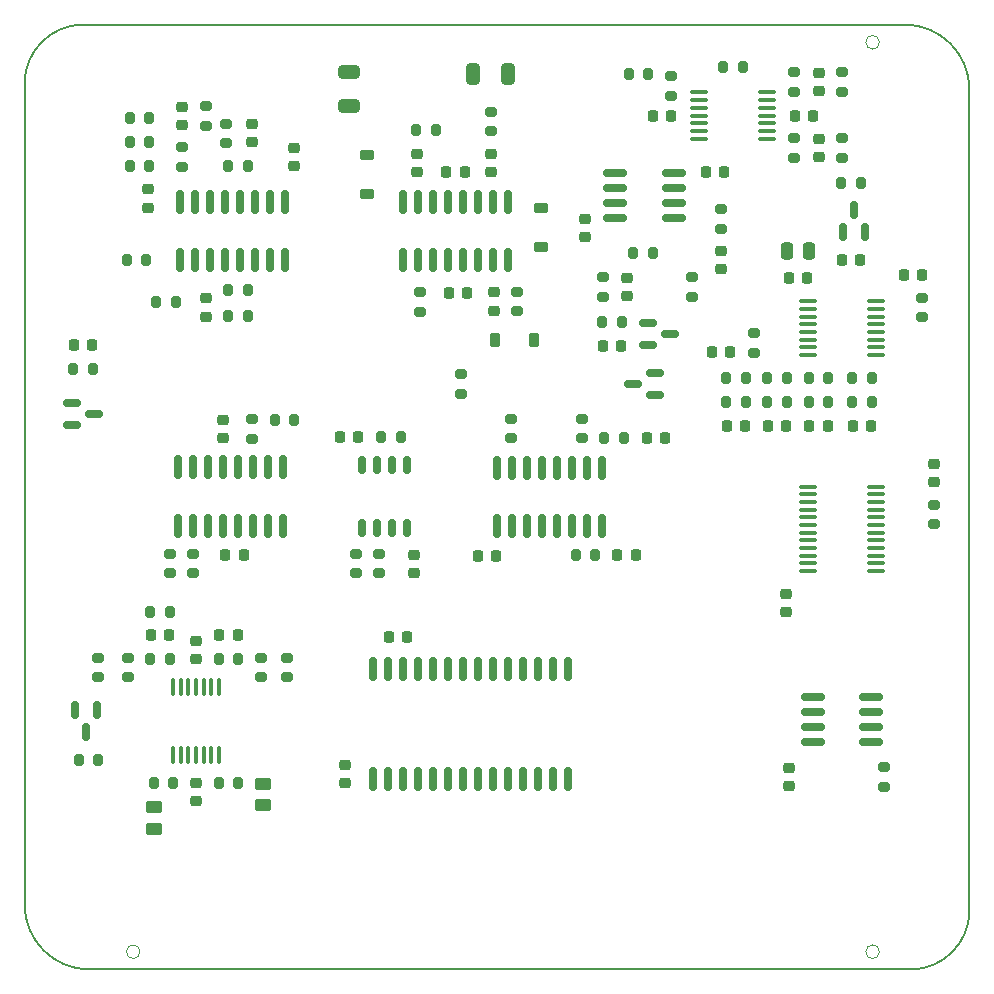
<source format=gbr>
G04 #@! TF.GenerationSoftware,KiCad,Pcbnew,7.0.11*
G04 #@! TF.CreationDate,2024-06-21T20:49:23-07:00*
G04 #@! TF.ProjectId,as3340,61733333-3430-42e6-9b69-6361645f7063,rev?*
G04 #@! TF.SameCoordinates,PX5d9f491PY90fcb2f*
G04 #@! TF.FileFunction,Paste,Top*
G04 #@! TF.FilePolarity,Positive*
%FSLAX46Y46*%
G04 Gerber Fmt 4.6, Leading zero omitted, Abs format (unit mm)*
G04 Created by KiCad (PCBNEW 7.0.11) date 2024-06-21 20:49:23*
%MOMM*%
%LPD*%
G01*
G04 APERTURE LIST*
G04 Aperture macros list*
%AMRoundRect*
0 Rectangle with rounded corners*
0 $1 Rounding radius*
0 $2 $3 $4 $5 $6 $7 $8 $9 X,Y pos of 4 corners*
0 Add a 4 corners polygon primitive as box body*
4,1,4,$2,$3,$4,$5,$6,$7,$8,$9,$2,$3,0*
0 Add four circle primitives for the rounded corners*
1,1,$1+$1,$2,$3*
1,1,$1+$1,$4,$5*
1,1,$1+$1,$6,$7*
1,1,$1+$1,$8,$9*
0 Add four rect primitives between the rounded corners*
20,1,$1+$1,$2,$3,$4,$5,0*
20,1,$1+$1,$4,$5,$6,$7,0*
20,1,$1+$1,$6,$7,$8,$9,0*
20,1,$1+$1,$8,$9,$2,$3,0*%
G04 Aperture macros list end*
%ADD10RoundRect,0.225000X-0.250000X0.225000X-0.250000X-0.225000X0.250000X-0.225000X0.250000X0.225000X0*%
%ADD11RoundRect,0.225000X0.250000X-0.225000X0.250000X0.225000X-0.250000X0.225000X-0.250000X-0.225000X0*%
%ADD12RoundRect,0.150000X0.150000X-0.825000X0.150000X0.825000X-0.150000X0.825000X-0.150000X-0.825000X0*%
%ADD13RoundRect,0.200000X0.200000X0.275000X-0.200000X0.275000X-0.200000X-0.275000X0.200000X-0.275000X0*%
%ADD14RoundRect,0.200000X0.275000X-0.200000X0.275000X0.200000X-0.275000X0.200000X-0.275000X-0.200000X0*%
%ADD15RoundRect,0.200000X-0.200000X-0.275000X0.200000X-0.275000X0.200000X0.275000X-0.200000X0.275000X0*%
%ADD16RoundRect,0.200000X-0.275000X0.200000X-0.275000X-0.200000X0.275000X-0.200000X0.275000X0.200000X0*%
%ADD17RoundRect,0.225000X-0.225000X-0.250000X0.225000X-0.250000X0.225000X0.250000X-0.225000X0.250000X0*%
%ADD18RoundRect,0.225000X0.225000X0.250000X-0.225000X0.250000X-0.225000X-0.250000X0.225000X-0.250000X0*%
%ADD19RoundRect,0.250000X-0.250000X-0.475000X0.250000X-0.475000X0.250000X0.475000X-0.250000X0.475000X0*%
%ADD20RoundRect,0.100000X0.100000X-0.637500X0.100000X0.637500X-0.100000X0.637500X-0.100000X-0.637500X0*%
%ADD21RoundRect,0.250000X0.325000X0.650000X-0.325000X0.650000X-0.325000X-0.650000X0.325000X-0.650000X0*%
%ADD22RoundRect,0.100000X0.637500X0.100000X-0.637500X0.100000X-0.637500X-0.100000X0.637500X-0.100000X0*%
%ADD23RoundRect,0.100000X-0.637500X-0.100000X0.637500X-0.100000X0.637500X0.100000X-0.637500X0.100000X0*%
%ADD24RoundRect,0.150000X0.150000X-0.587500X0.150000X0.587500X-0.150000X0.587500X-0.150000X-0.587500X0*%
%ADD25RoundRect,0.250000X-0.650000X0.325000X-0.650000X-0.325000X0.650000X-0.325000X0.650000X0.325000X0*%
%ADD26RoundRect,0.218750X0.256250X-0.218750X0.256250X0.218750X-0.256250X0.218750X-0.256250X-0.218750X0*%
%ADD27RoundRect,0.225000X0.375000X-0.225000X0.375000X0.225000X-0.375000X0.225000X-0.375000X-0.225000X0*%
%ADD28RoundRect,0.150000X0.150000X-0.625000X0.150000X0.625000X-0.150000X0.625000X-0.150000X-0.625000X0*%
%ADD29RoundRect,0.250000X-0.450000X0.262500X-0.450000X-0.262500X0.450000X-0.262500X0.450000X0.262500X0*%
%ADD30RoundRect,0.225000X-0.225000X-0.375000X0.225000X-0.375000X0.225000X0.375000X-0.225000X0.375000X0*%
%ADD31RoundRect,0.150000X0.825000X0.150000X-0.825000X0.150000X-0.825000X-0.150000X0.825000X-0.150000X0*%
%ADD32RoundRect,0.150000X0.150000X-0.875000X0.150000X0.875000X-0.150000X0.875000X-0.150000X-0.875000X0*%
%ADD33RoundRect,0.150000X-0.587500X-0.150000X0.587500X-0.150000X0.587500X0.150000X-0.587500X0.150000X0*%
%ADD34RoundRect,0.150000X-0.150000X0.587500X-0.150000X-0.587500X0.150000X-0.587500X0.150000X0.587500X0*%
%ADD35RoundRect,0.225000X-0.375000X0.225000X-0.375000X-0.225000X0.375000X-0.225000X0.375000X0.225000X0*%
%ADD36RoundRect,0.150000X-0.150000X0.825000X-0.150000X-0.825000X0.150000X-0.825000X0.150000X0.825000X0*%
%ADD37RoundRect,0.150000X0.587500X0.150000X-0.587500X0.150000X-0.587500X-0.150000X0.587500X-0.150000X0*%
G04 #@! TA.AperFunction,Profile*
%ADD38C,0.150000*%
G04 #@! TD*
G04 #@! TA.AperFunction,Profile*
%ADD39C,0.050000*%
G04 #@! TD*
G04 APERTURE END LIST*
D10*
X47929999Y65204999D03*
X47929999Y63654999D03*
D11*
X17229999Y46629999D03*
X17229999Y48179999D03*
D10*
X14979999Y17454999D03*
X14979999Y15904999D03*
D12*
X13599999Y61679999D03*
X14869999Y61679999D03*
X16139999Y61679999D03*
X17409999Y61679999D03*
X18679999Y61679999D03*
X19949999Y61679999D03*
X21219999Y61679999D03*
X22489999Y61679999D03*
X22489999Y66629999D03*
X21219999Y66629999D03*
X19949999Y66629999D03*
X18679999Y66629999D03*
X17409999Y66629999D03*
X16139999Y66629999D03*
X14869999Y66629999D03*
X13599999Y66629999D03*
D11*
X19679999Y71654999D03*
X19679999Y73204999D03*
X23294999Y69629999D03*
X23294999Y71179999D03*
D10*
X10929999Y67679999D03*
X10929999Y66129999D03*
D11*
X13794999Y73129999D03*
X13794999Y74679999D03*
D13*
X19369999Y59154999D03*
X17719999Y59154999D03*
D14*
X30479999Y35154999D03*
X30479999Y36804999D03*
D15*
X17719999Y69654999D03*
X19369999Y69654999D03*
D13*
X10754999Y61679999D03*
X9104999Y61679999D03*
X13254999Y58179999D03*
X11604999Y58179999D03*
D14*
X15794999Y73079999D03*
X15794999Y74729999D03*
D16*
X6679999Y28004999D03*
X6679999Y26354999D03*
D14*
X13794999Y69579999D03*
X13794999Y71229999D03*
D15*
X33604999Y72679999D03*
X35254999Y72679999D03*
D14*
X56929999Y58604999D03*
X56929999Y60254999D03*
D15*
X49354999Y56429999D03*
X51004999Y56429999D03*
D10*
X39979999Y70679999D03*
X39979999Y69129999D03*
D17*
X50654999Y36679999D03*
X52204999Y36679999D03*
D16*
X33929999Y58979999D03*
X33929999Y57329999D03*
D17*
X36154999Y69154999D03*
X37704999Y69154999D03*
D18*
X37954999Y58904999D03*
X36404999Y58904999D03*
D13*
X51204999Y46629999D03*
X49554999Y46629999D03*
D14*
X62179999Y53854999D03*
X62179999Y55504999D03*
D16*
X76429999Y58504999D03*
X76429999Y56854999D03*
X69679999Y72004999D03*
X69679999Y70354999D03*
D10*
X67679999Y71954999D03*
X67679999Y70404999D03*
D11*
X51429999Y58654999D03*
X51429999Y60204999D03*
D13*
X6229999Y52429999D03*
X4579999Y52429999D03*
D16*
X49429999Y60254999D03*
X49429999Y58604999D03*
X22679999Y28004999D03*
X22679999Y26354999D03*
D18*
X28704999Y46679999D03*
X27154999Y46679999D03*
D15*
X59604999Y78004999D03*
X61254999Y78004999D03*
X63354999Y51679999D03*
X65004999Y51679999D03*
X66854999Y51679999D03*
X68504999Y51679999D03*
D19*
X64979999Y62429999D03*
X66879999Y62429999D03*
D17*
X65154999Y60179999D03*
X66704999Y60179999D03*
D11*
X64929999Y31904999D03*
X64929999Y33454999D03*
D16*
X39929999Y74254999D03*
X39929999Y72604999D03*
D18*
X59704999Y69179999D03*
X58154999Y69179999D03*
D16*
X55179999Y77254999D03*
X55179999Y75604999D03*
D20*
X13029999Y19817499D03*
X13679999Y19817499D03*
X14329999Y19817499D03*
X14979999Y19817499D03*
X15629999Y19817499D03*
X16279999Y19817499D03*
X16929999Y19817499D03*
X16929999Y25542499D03*
X16279999Y25542499D03*
X15629999Y25542499D03*
X14979999Y25542499D03*
X14329999Y25542499D03*
X13679999Y25542499D03*
X13029999Y25542499D03*
D14*
X69679999Y75929999D03*
X69679999Y77579999D03*
D16*
X65629999Y77579999D03*
X65629999Y75929999D03*
D13*
X68504999Y49679999D03*
X66854999Y49679999D03*
X19369999Y56929999D03*
X17719999Y56929999D03*
D21*
X41404999Y77429999D03*
X38454999Y77429999D03*
D22*
X72542499Y35354999D03*
X72542499Y36004999D03*
X72542499Y36654999D03*
X72542499Y37304999D03*
X72542499Y37954999D03*
X72542499Y38604999D03*
X72542499Y39254999D03*
X72542499Y39904999D03*
X72542499Y40554999D03*
X72542499Y41204999D03*
X72542499Y41854999D03*
X72542499Y42504999D03*
X66817499Y42504999D03*
X66817499Y41854999D03*
X66817499Y41204999D03*
X66817499Y40554999D03*
X66817499Y39904999D03*
X66817499Y39254999D03*
X66817499Y38604999D03*
X66817499Y37954999D03*
X66817499Y37304999D03*
X66817499Y36654999D03*
X66817499Y36004999D03*
X66817499Y35354999D03*
D23*
X66817499Y58204999D03*
X66817499Y57554999D03*
X66817499Y56904999D03*
X66817499Y56254999D03*
X66817499Y55604999D03*
X66817499Y54954999D03*
X66817499Y54304999D03*
X66817499Y53654999D03*
X72542499Y53654999D03*
X72542499Y54304999D03*
X72542499Y54954999D03*
X72542499Y55604999D03*
X72542499Y56254999D03*
X72542499Y56904999D03*
X72542499Y57554999D03*
X72542499Y58204999D03*
D13*
X65004999Y49679999D03*
X63354999Y49679999D03*
X11004999Y73679999D03*
X9354999Y73679999D03*
D16*
X37429999Y52004999D03*
X37429999Y50354999D03*
D15*
X47104999Y36679999D03*
X48754999Y36679999D03*
D13*
X32304999Y46729999D03*
X30654999Y46729999D03*
D16*
X41679999Y48254999D03*
X41679999Y46604999D03*
D15*
X59854999Y51679999D03*
X61504999Y51679999D03*
D16*
X14729999Y36804999D03*
X14729999Y35154999D03*
D12*
X32484999Y61679999D03*
X33754999Y61679999D03*
X35024999Y61679999D03*
X36294999Y61679999D03*
X37564999Y61679999D03*
X38834999Y61679999D03*
X40104999Y61679999D03*
X41374999Y61679999D03*
X41374999Y66629999D03*
X40104999Y66629999D03*
X38834999Y66629999D03*
X37564999Y66629999D03*
X36294999Y66629999D03*
X35024999Y66629999D03*
X33754999Y66629999D03*
X32484999Y66629999D03*
D16*
X12729999Y36804999D03*
X12729999Y35154999D03*
D24*
X69729999Y64054999D03*
X71629999Y64054999D03*
X70679999Y65929999D03*
D16*
X47679999Y48254999D03*
X47679999Y46604999D03*
D25*
X27929999Y77654999D03*
X27929999Y74704999D03*
D16*
X77429999Y40979999D03*
X77429999Y39329999D03*
D26*
X77429999Y42867499D03*
X77429999Y44442499D03*
D27*
X44179999Y62779999D03*
X44179999Y66079999D03*
D11*
X40179999Y57404999D03*
X40179999Y58954999D03*
X33429999Y35154999D03*
X33429999Y36704999D03*
D14*
X42179999Y57354999D03*
X42179999Y59004999D03*
D15*
X52004999Y62329999D03*
X53654999Y62329999D03*
D16*
X59429999Y66004999D03*
X59429999Y64354999D03*
D10*
X15794999Y58454999D03*
X15794999Y56904999D03*
D13*
X11004999Y71679999D03*
X9354999Y71679999D03*
D15*
X9354999Y69679999D03*
X11004999Y69679999D03*
D13*
X12754999Y31929999D03*
X11104999Y31929999D03*
D12*
X13484999Y39204999D03*
X14754999Y39204999D03*
X16024999Y39204999D03*
X17294999Y39204999D03*
X18564999Y39204999D03*
X19834999Y39204999D03*
X21104999Y39204999D03*
X22374999Y39204999D03*
X22374999Y44154999D03*
X21104999Y44154999D03*
X19834999Y44154999D03*
X18564999Y44154999D03*
X17294999Y44154999D03*
X16024999Y44154999D03*
X14754999Y44154999D03*
X13484999Y44154999D03*
D18*
X19004999Y36729999D03*
X17454999Y36729999D03*
D11*
X65179999Y17154999D03*
X65179999Y18704999D03*
D28*
X29024999Y39004999D03*
X30294999Y39004999D03*
X31564999Y39004999D03*
X32834999Y39004999D03*
X32834999Y44354999D03*
X31564999Y44354999D03*
X30294999Y44354999D03*
X29024999Y44354999D03*
D10*
X14979999Y29454999D03*
X14979999Y27904999D03*
D14*
X20479999Y26354999D03*
X20479999Y28004999D03*
D13*
X18554999Y17429999D03*
X16904999Y17429999D03*
D29*
X20679999Y17342499D03*
X20679999Y15517499D03*
D14*
X17544999Y71579999D03*
X17544999Y73229999D03*
D17*
X58654999Y53929999D03*
X60204999Y53929999D03*
X38854999Y36629999D03*
X40404999Y36629999D03*
D18*
X18504999Y29929999D03*
X16954999Y29929999D03*
D17*
X11154999Y29929999D03*
X12704999Y29929999D03*
D13*
X12754999Y27929999D03*
X11104999Y27929999D03*
D14*
X9179999Y26354999D03*
X9179999Y28004999D03*
D15*
X11404999Y17429999D03*
X13054999Y17429999D03*
D29*
X11429999Y15342499D03*
X11429999Y13517499D03*
D13*
X23304999Y48154999D03*
X21654999Y48154999D03*
D15*
X16904999Y27929999D03*
X18554999Y27929999D03*
D14*
X19729999Y46579999D03*
X19729999Y48229999D03*
D15*
X51604999Y77429999D03*
X53254999Y77429999D03*
X5054999Y19367499D03*
X6704999Y19367499D03*
D30*
X40279999Y54929999D03*
X43579999Y54929999D03*
D31*
X72129999Y20869999D03*
X72129999Y22139999D03*
X72129999Y23409999D03*
X72129999Y24679999D03*
X67179999Y24679999D03*
X67179999Y23409999D03*
X67179999Y22139999D03*
X67179999Y20869999D03*
D17*
X31304999Y29779999D03*
X32854999Y29779999D03*
D14*
X65629999Y70354999D03*
X65629999Y72004999D03*
D10*
X59429999Y62454999D03*
X59429999Y60904999D03*
D17*
X74904999Y60429999D03*
X76454999Y60429999D03*
D13*
X71254999Y68179999D03*
X69604999Y68179999D03*
D10*
X27579999Y18954999D03*
X27579999Y17404999D03*
D17*
X53654999Y73929999D03*
X55204999Y73929999D03*
X63404999Y47679999D03*
X64954999Y47679999D03*
D32*
X29924999Y17779999D03*
X31194999Y17779999D03*
X32464999Y17779999D03*
X33734999Y17779999D03*
X35004999Y17779999D03*
X36274999Y17779999D03*
X37544999Y17779999D03*
X38814999Y17779999D03*
X40084999Y17779999D03*
X41354999Y17779999D03*
X42624999Y17779999D03*
X43894999Y17779999D03*
X45164999Y17779999D03*
X46434999Y17779999D03*
X46434999Y27079999D03*
X45164999Y27079999D03*
X43894999Y27079999D03*
X42624999Y27079999D03*
X41354999Y27079999D03*
X40084999Y27079999D03*
X38814999Y27079999D03*
X37544999Y27079999D03*
X36274999Y27079999D03*
X35004999Y27079999D03*
X33734999Y27079999D03*
X32464999Y27079999D03*
X31194999Y27079999D03*
X29924999Y27079999D03*
D33*
X53242499Y56379999D03*
X53242499Y54479999D03*
X55117499Y55429999D03*
X4492499Y49629999D03*
X4492499Y47729999D03*
X6367499Y48679999D03*
D34*
X6629999Y23617499D03*
X4729999Y23617499D03*
X5679999Y21742499D03*
D14*
X28479999Y35154999D03*
X28479999Y36804999D03*
D17*
X4629999Y54534999D03*
X6179999Y54534999D03*
X70579999Y47679999D03*
X72129999Y47679999D03*
D13*
X72179999Y49679999D03*
X70529999Y49679999D03*
D17*
X53154999Y46629999D03*
X54704999Y46629999D03*
D10*
X33679999Y70679999D03*
X33679999Y69129999D03*
D11*
X67679999Y75979999D03*
X67679999Y77529999D03*
D13*
X61504999Y49679999D03*
X59854999Y49679999D03*
D18*
X50954999Y54429999D03*
X49404999Y54429999D03*
D15*
X70529999Y51679999D03*
X72179999Y51679999D03*
D22*
X63292499Y71979999D03*
X63292499Y72629999D03*
X63292499Y73279999D03*
X63292499Y73929999D03*
X63292499Y74579999D03*
X63292499Y75229999D03*
X63292499Y75879999D03*
X57567499Y75879999D03*
X57567499Y75229999D03*
X57567499Y74579999D03*
X57567499Y73929999D03*
X57567499Y73279999D03*
X57567499Y72629999D03*
X57567499Y71979999D03*
D35*
X29429999Y70579999D03*
X29429999Y67279999D03*
D17*
X66904999Y47679999D03*
X68454999Y47679999D03*
D36*
X49324999Y44104999D03*
X48054999Y44104999D03*
X46784999Y44104999D03*
X45514999Y44104999D03*
X44244999Y44104999D03*
X42974999Y44104999D03*
X41704999Y44104999D03*
X40434999Y44104999D03*
X40434999Y39154999D03*
X41704999Y39154999D03*
X42974999Y39154999D03*
X44244999Y39154999D03*
X45514999Y39154999D03*
X46784999Y39154999D03*
X48054999Y39154999D03*
X49324999Y39154999D03*
D14*
X73179999Y17104999D03*
X73179999Y18754999D03*
D31*
X55404999Y65274999D03*
X55404999Y66544999D03*
X55404999Y67814999D03*
X55404999Y69084999D03*
X50454999Y69084999D03*
X50454999Y67814999D03*
X50454999Y66544999D03*
X50454999Y65274999D03*
D17*
X65654999Y73929999D03*
X67204999Y73929999D03*
X59904999Y47679999D03*
X61454999Y47679999D03*
X69654999Y61679999D03*
X71204999Y61679999D03*
D37*
X53867499Y50229999D03*
X53867499Y52129999D03*
X51992499Y51179999D03*
D38*
X454999Y7129999D02*
G75*
G03*
X5954999Y1629999I5500000J0D01*
G01*
X75454999Y1629999D02*
G75*
G03*
X80454999Y6629999I0J5000000D01*
G01*
X75454999Y1629999D02*
X5954999Y1629999D01*
X5454999Y81629999D02*
G75*
G03*
X454999Y76629999I0J-5000000D01*
G01*
X80454999Y76129999D02*
G75*
G03*
X74954999Y81629999I-5500000J0D01*
G01*
X5454999Y81629999D02*
X74954999Y81629999D01*
X80454999Y6629999D02*
X80454999Y76129999D01*
X454999Y76629999D02*
X454999Y7129999D01*
D39*
X10230999Y3129999D02*
G75*
G03*
X9078999Y3129999I-576000J0D01*
G01*
X9078999Y3129999D02*
G75*
G03*
X10230999Y3129999I576000J0D01*
G01*
X72830999Y80129999D02*
G75*
G03*
X71678999Y80129999I-576000J0D01*
G01*
X71678999Y80129999D02*
G75*
G03*
X72830999Y80129999I576000J0D01*
G01*
X72830999Y3129999D02*
G75*
G03*
X71678999Y3129999I-576000J0D01*
G01*
X71678999Y3129999D02*
G75*
G03*
X72830999Y3129999I576000J0D01*
G01*
M02*

</source>
